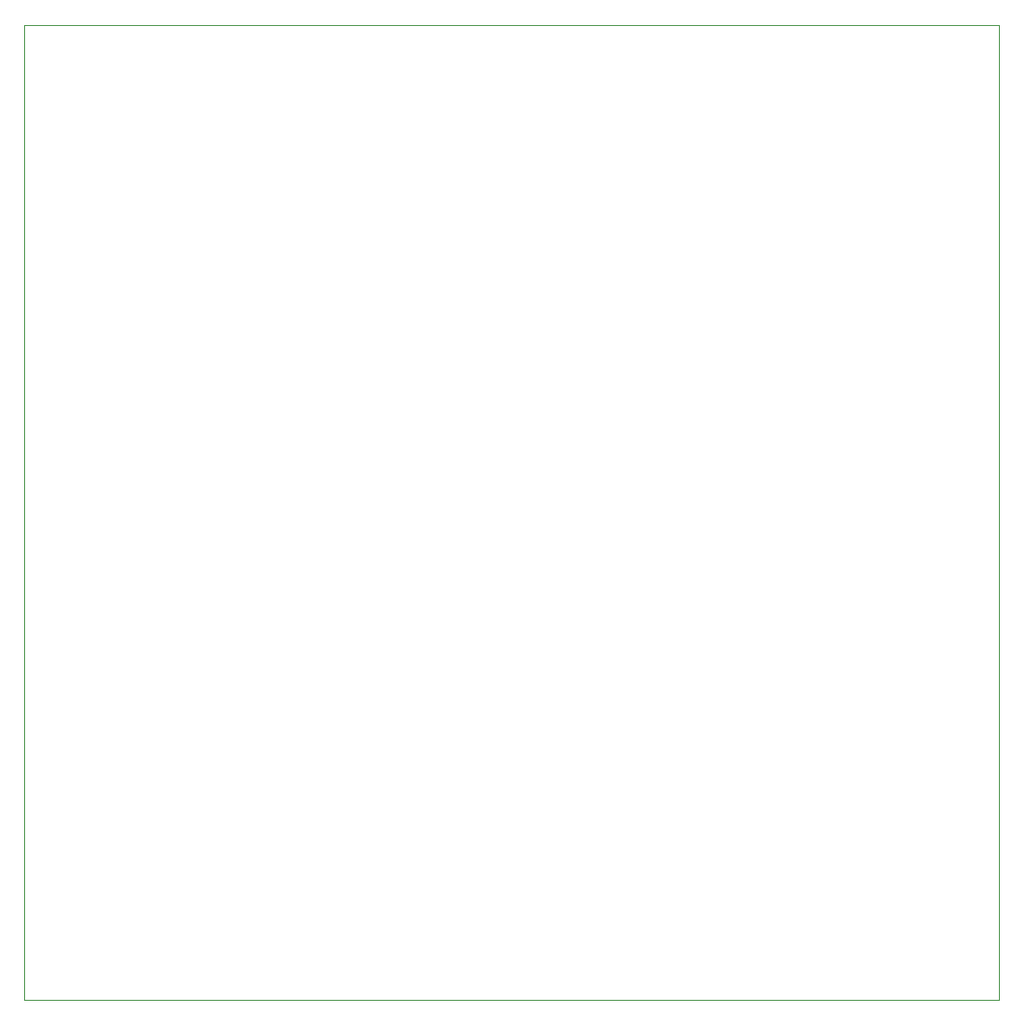
<source format=gbr>
G04 Layer_Color=0*
%FSLAX23Y23*%
%MOIN*%
%TF.FileFunction,Profile,NP*%
%TF.Part,Single*%
G01*
G75*
%TA.AperFunction,Profile*%
%ADD52C,0.001*%
D52*
X1000Y1000D02*
X4500D01*
Y4500D01*
X1000D01*
Y1000D01*
%TF.MD5,24ec32e3ec4f11490d7875060ca7f7c9*%
M02*

</source>
